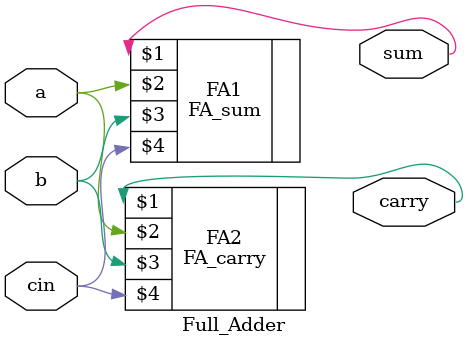
<source format=v>

`include "Sum.v"
`include "Carry.v"
`timescale 10ps/1ps

module Full_Adder( sum, carry, a, b, cin);
    output sum, carry;
    input a, b, cin;

    FA_sum FA1(sum, a, b, cin);              // FA_sum is a module
    FA_carry FA2(carry, a, b, cin);          // FA_carry is a module

endmodule



</source>
